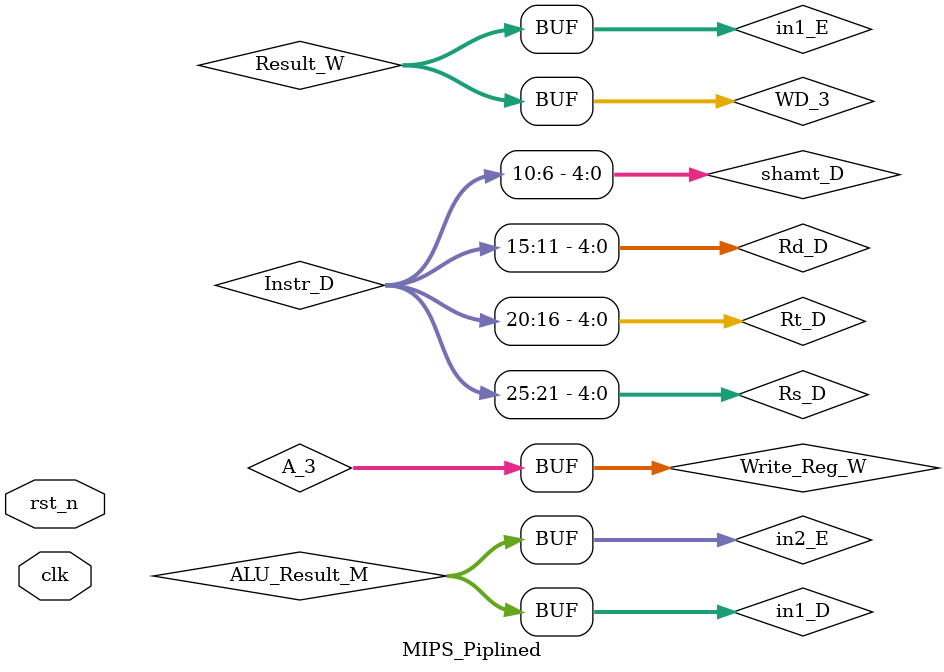
<source format=v>
module MIPS_Piplined (clk,rst_n);
// Input ports
 input clk,rst_n;

// Internal Wires
// instruction memory
 wire [31:0] pcf,RD;
// PC adder
 wire [31:0] PC_Plus_4_F;
// IF_ID_Reg
 wire [31:0] Instr_D,PC_Plus_4_D;
// Register File inst
 wire [4:0] A_3;
 wire [31:0] WD_3,RD_1_D,RD_2_D;
 wire WE_3;
// Sign Extention
 wire [31:0] sign_imm_D;
// Branch
 wire [31:0] PC_Branch_D;
// Equal Block 
 wire [31:0] op1_D,op2_D;
 wire Equal_D;
// Control Unit
 wire Reg_Dst_D,ALU_Src_D,Mem_To_Reg_D,Reg_Write_D,Mem_Read_D,Mem_Write_D,Branch_D,ext_type_D,Branch_Not_Equal_D;
 wire [2:0] ALU_OP_D;
 wire [1:0] data_size_D;
// ALU control Unit
 wire [3:0] ALU_Instruction_D;
// PC 
 wire [31:0] PC;
// ID_IE Reg 
 wire [31:0] RD_1_E,RD_2_E,sign_imm_E;
 wire [4:0] Rs_D,Rt_D,Rd_D,shamt_D,Rs_E,Rt_E,Rd_E,shamt_E;
 wire [3:0] ALU_Instruction_E;
 wire [1:0] data_size_E;
 wire Reg_Dst_E,Mem_Read_E,Mem_To_Reg_E,Mem_Write_E,ALU_Src_E,Reg_Write_E;
// ALU
 wire [31:0] Src_AE,Src_BE,ALU_Result_E;
// IE_IM_Reg 
 wire [31:0] Write_Data_E,ALU_Result_M,Write_Data_M;
 wire [4:0] Write_Reg_E,Write_Reg_M;
 wire [1:0] data_size_M;
 wire Mem_Read_M,Mem_To_Reg_M,Mem_Write_M,Reg_Write_M;
// Data memory
 wire [31:0] Read_Data_M;
// IM_WB_Reg
 wire [31:0] Read_Data_W,ALU_Result_W;
 wire [4:0] Write_Reg_W;
 wire Reg_Write_W,Mem_To_Reg_W;
// Hazard Unit
 wire [1:0] Forward_AE,Forward_BE;
 wire Stall_F,Stall_D,Flush_E,Forward_AD,Forward_BD;

 wire [31:0] Result_W;
 wire PCSrc_D;

assign Rs_D = Instr_D[25:21];
assign Rt_D = Instr_D[20:16];
assign Rd_D = Instr_D[15:11];
assign shamt_D = Instr_D[10:6];

 wire [31:0] PC_Branch_F;
 wire bne,beq;
// Inastantiations

// instruction memory inst
Instruction_mem Instruction_mem_inst(pcf,RD);
// PC adder inst
PC_Plus_4 PC_Plus_4_inst(pcf,PC_Plus_4_F);
// IF_ID_Reg inst
IF_ID_Reg IF_ID_Reg_inst(RD,PC_Plus_4_F,clk,rst_n,PCSrc_D,(~Stall_D),Instr_D,PC_Plus_4_D);
// Register File inst
assign A_3 = Write_Reg_W;
assign WD_3 = Result_W;
assign WE_3 =Reg_Write_W;
Reg_File Reg_File_inst(Instr_D[25:21],Instr_D[20:16],A_3,clk,WD_3,WE_3,RD_1_D,RD_2_D);
// Sign Extend inst
Extntion Extention_inst(Instr_D[15:0],sign_imm_D,ext_type_D);
// Branch inst
Branch Branch_inst(sign_imm_D,PC_Plus_4_D,PC_Branch_D);
// AD mux inst
wire [31:0] in1_D;
assign in1_D = ALU_Result_M;
mux_2_1 AD_mux(RD_1_D,in1_D,Forward_AD,op1_D);  
// BD mux inst
mux_2_1 BD_mux(RD_2_D,in1_D,Forward_BD,op2_D);  
// Equal Block inst
Is_Equal Is_Equal_inst(op1_D,op2_D,Equal_D);
// control Unit inst
Control_Unit Control_Unit_inst(Instr_D[31:26],Reg_Dst_D,Branch_D,Mem_Read_D,Mem_To_Reg_D,ALU_OP_D,Mem_Write_D,
                               ALU_Src_D,Reg_Write_D,ext_type_D,Branch_Not_Equal_D,data_size_D);

// ALU Control Unit
ALU_Control ALU_Control_inst(ALU_OP_D,Instr_D[5:0],ALU_Instruction_D);

assign beq = Branch_D && Equal_D;
assign bne = Branch_Not_Equal_D && (~ Equal_D);
assign PCSrc_D = bne || beq;
assign PC_Branch_F = PC_Branch_D;
mux_2_1 PC_mux(PC_Plus_4_F,PC_Branch_F,PCSrc_D,PC);

// PC inst
PC PC_inst(PC,clk,rst_n,(~Stall_F),pcf);
// ID_IE Reg isnt
ID_IE_Reg ID_IE_Reg_inst(clk,rst_n,Flush_E,RD_1_D,RD_2_D,Rs_D,Rt_D,Rd_D,sign_imm_D,Reg_Dst_D,
                         Mem_Read_D,Mem_To_Reg_D,Mem_Write_D,shamt_D,ALU_Src_D,Reg_Write_D,data_size_D,
                         RD_1_E,RD_2_E,ALU_Instruction_D,Rs_E,Rt_E,Rd_E,shamt_E,sign_imm_E,
                         Reg_Dst_E,Mem_Read_E,Mem_To_Reg_E,Mem_Write_E,ALU_Src_E,Reg_Write_E,ALU_Instruction_E,data_size_E);

mux_2_1 #(5) Dest_mux(Rt_E,Rd_E,Reg_Dst_E,Write_Reg_E); 

wire [31:0] in1_E,in2_E;
assign in1_E = Result_W;
assign in2_E = ALU_Result_M;
mux_3_1 Forward_AE_mux(RD_1_E,in1_E,in2_E,Forward_AE,Src_AE);  
mux_3_1 Forward_BE_mux(RD_2_E,in1_E,in2_E,Forward_BE,Write_Data_E);
mux_2_1 ALU_src_mux(Write_Data_E,sign_imm_E,ALU_Src_E,Src_BE);

// ALU inst
ALU ALU_inst(Src_AE,Src_BE,ALU_Instruction_E,shamt_E,ALU_Result_E);
// IE_IM_Reg inst
IE_IM_Reg IE_IM_Reg_inst(clk,rst_n,Mem_Read_E,Mem_To_Reg_E,Mem_Write_E,Reg_Write_E,
                         ALU_Result_E,Write_Data_E,Write_Reg_E,data_size_E,Mem_Read_M,
                         Mem_To_Reg_M,Mem_Write_M,Reg_Write_M,ALU_Result_M,
                         Write_Data_M,Write_Reg_M,data_size_M);
// Data Memory inst
Data_Mem Data_mem_inst(clk,Mem_Read_M,Mem_Write_M,ALU_Result_M,Write_Data_M,Read_Data_M,data_size_M);
// IM_WB_Reg isnt
IM_WB_Reg IM_WB_Reg_inst(clk,rst_n,Reg_Write_M,Mem_To_Reg_M,Read_Data_M,ALU_Result_M,Write_Reg_M,
                         Reg_Write_W,Mem_To_Reg_W,Read_Data_W,ALU_Result_W,Write_Reg_W);

mux_2_1 mem_to_reg_mux(ALU_Result_W,Read_Data_W,Mem_To_Reg_W,Result_W);

// Hazard Unit inst
Hazard_Unit Hazard_Unit_inst(Branch_D,Rs_D,Rt_D,Rs_E,Rt_E,Write_Reg_E,Mem_To_Reg_E,Reg_Write_E,
                             Mem_To_Reg_M,Reg_Write_M,Write_Reg_M,Reg_Write_W,Write_Reg_W,
                             Stall_F,Stall_D,Forward_AD,Forward_BD,Flush_E,Forward_AE,Forward_BE,Branch_Not_Equal_D);
endmodule

</source>
